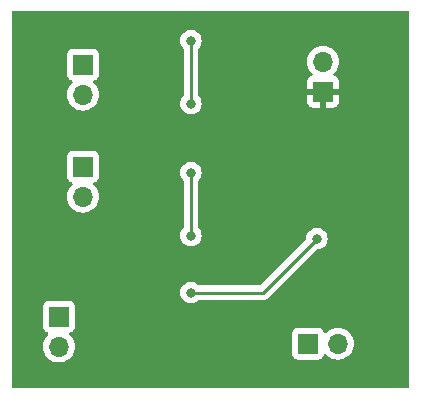
<source format=gbr>
%TF.GenerationSoftware,KiCad,Pcbnew,7.0.8-7.0.8~ubuntu22.04.1*%
%TF.CreationDate,2023-10-15T23:00:33+01:00*%
%TF.ProjectId,jfet-555-bypass,6a666574-2d35-4353-952d-627970617373,rev?*%
%TF.SameCoordinates,Original*%
%TF.FileFunction,Copper,L2,Bot*%
%TF.FilePolarity,Positive*%
%FSLAX46Y46*%
G04 Gerber Fmt 4.6, Leading zero omitted, Abs format (unit mm)*
G04 Created by KiCad (PCBNEW 7.0.8-7.0.8~ubuntu22.04.1) date 2023-10-15 23:00:33*
%MOMM*%
%LPD*%
G01*
G04 APERTURE LIST*
%TA.AperFunction,ComponentPad*%
%ADD10R,1.700000X1.700000*%
%TD*%
%TA.AperFunction,ComponentPad*%
%ADD11O,1.700000X1.700000*%
%TD*%
%TA.AperFunction,ViaPad*%
%ADD12C,0.800000*%
%TD*%
%TA.AperFunction,Conductor*%
%ADD13C,0.250000*%
%TD*%
G04 APERTURE END LIST*
D10*
%TO.P,J6,1,Pin_1*%
%TO.N,/fx_send_conn*%
X132080000Y-36830000D03*
D11*
%TO.P,J6,2,Pin_2*%
%TO.N,/fx_return_conn*%
X132080000Y-39370000D03*
%TD*%
D10*
%TO.P,J5,1,Pin_1*%
%TO.N,/clean_in_conn*%
X132080000Y-28194000D03*
D11*
%TO.P,J5,2,Pin_2*%
%TO.N,/clean_out_conn*%
X132080000Y-30734000D03*
%TD*%
%TO.P,J4,2,Pin_2*%
%TO.N,Net-(D4-A)*%
X130048000Y-52065000D03*
D10*
%TO.P,J4,1,Pin_1*%
%TO.N,/bypass/led_cathode_vdd*%
X130048000Y-49525000D03*
%TD*%
%TO.P,J1,1,Pin_1*%
%TO.N,Net-(J1-Pin_1)*%
X151130000Y-51816000D03*
D11*
%TO.P,J1,2,Pin_2*%
%TO.N,Net-(J1-Pin_2)*%
X153670000Y-51816000D03*
%TD*%
D10*
%TO.P,J3,1,Pin_1*%
%TO.N,GND*%
X152400000Y-30480000D03*
D11*
%TO.P,J3,2,Pin_2*%
%TO.N,+9V*%
X152400000Y-27940000D03*
%TD*%
D12*
%TO.N,GND*%
X133858000Y-45974000D03*
X130048000Y-54610000D03*
X127000000Y-42926000D03*
X133858000Y-25908000D03*
X150622000Y-38100000D03*
X147320000Y-38862000D03*
X148082000Y-41656000D03*
X147320000Y-45212000D03*
X143256000Y-45466000D03*
X141478000Y-53594000D03*
X132588000Y-51308000D03*
X127762000Y-34798000D03*
X156464000Y-29210000D03*
X159004000Y-27686000D03*
X158242000Y-25400000D03*
X155448000Y-25400000D03*
X149860000Y-25654000D03*
X147828000Y-27686000D03*
X149860000Y-29210000D03*
X147828000Y-30480000D03*
X149860000Y-32258000D03*
X147828000Y-34036000D03*
X133350000Y-33020000D03*
X134620000Y-35052000D03*
X137160000Y-35052000D03*
X139446000Y-35052000D03*
X143256000Y-34798000D03*
X153162000Y-33020000D03*
X157226000Y-31242000D03*
X155956000Y-33020000D03*
X157226000Y-34798000D03*
X155956000Y-36830000D03*
X155194000Y-42672000D03*
X156464000Y-46990000D03*
X156464000Y-49784000D03*
X156464000Y-53340000D03*
X158496000Y-51562000D03*
X158496000Y-54610000D03*
X147828000Y-49022000D03*
X147828000Y-52070000D03*
X136398000Y-45466000D03*
X139446000Y-45466000D03*
X133096000Y-48006000D03*
X133350000Y-53975000D03*
X127000000Y-53975000D03*
X127000000Y-45720000D03*
X127762000Y-40640000D03*
X127762000Y-32512000D03*
X127762000Y-26035000D03*
%TO.N,Net-(D1-K)*%
X151892000Y-42926000D03*
X141224000Y-47498000D03*
X141224000Y-42672000D03*
X141224000Y-37338000D03*
X141224000Y-26162000D03*
X141224000Y-31496000D03*
%TD*%
D13*
%TO.N,Net-(D1-K)*%
X147320000Y-47498000D02*
X151892000Y-42926000D01*
X141224000Y-47498000D02*
X147320000Y-47498000D01*
X141224000Y-37338000D02*
X141224000Y-42672000D01*
X141224000Y-26162000D02*
X141224000Y-31496000D01*
%TD*%
%TA.AperFunction,Conductor*%
%TO.N,GND*%
G36*
X159662539Y-23688185D02*
G01*
X159708294Y-23740989D01*
X159719500Y-23792500D01*
X159719500Y-55455500D01*
X159699815Y-55522539D01*
X159647011Y-55568294D01*
X159595500Y-55579500D01*
X126154500Y-55579500D01*
X126087461Y-55559815D01*
X126041706Y-55507011D01*
X126030500Y-55455500D01*
X126030500Y-52065000D01*
X128692341Y-52065000D01*
X128712936Y-52300403D01*
X128712938Y-52300413D01*
X128774094Y-52528655D01*
X128774096Y-52528659D01*
X128774097Y-52528663D01*
X128863778Y-52720984D01*
X128873965Y-52742830D01*
X128873967Y-52742834D01*
X128952152Y-52854493D01*
X129009505Y-52936401D01*
X129176599Y-53103495D01*
X129266577Y-53166498D01*
X129370165Y-53239032D01*
X129370167Y-53239033D01*
X129370170Y-53239035D01*
X129584337Y-53338903D01*
X129812592Y-53400063D01*
X130000918Y-53416539D01*
X130047999Y-53420659D01*
X130048000Y-53420659D01*
X130048001Y-53420659D01*
X130087234Y-53417226D01*
X130283408Y-53400063D01*
X130511663Y-53338903D01*
X130725830Y-53239035D01*
X130919401Y-53103495D01*
X131086495Y-52936401D01*
X131222035Y-52742830D01*
X131235539Y-52713870D01*
X149779500Y-52713870D01*
X149779501Y-52713876D01*
X149785908Y-52773483D01*
X149836202Y-52908328D01*
X149836206Y-52908335D01*
X149922452Y-53023544D01*
X149922455Y-53023547D01*
X150037664Y-53109793D01*
X150037671Y-53109797D01*
X150172517Y-53160091D01*
X150172516Y-53160091D01*
X150179444Y-53160835D01*
X150232127Y-53166500D01*
X152027872Y-53166499D01*
X152087483Y-53160091D01*
X152222331Y-53109796D01*
X152337546Y-53023546D01*
X152423796Y-52908331D01*
X152472810Y-52776916D01*
X152514681Y-52720984D01*
X152580145Y-52696566D01*
X152648418Y-52711417D01*
X152676673Y-52732569D01*
X152798599Y-52854495D01*
X152895384Y-52922265D01*
X152992165Y-52990032D01*
X152992167Y-52990033D01*
X152992170Y-52990035D01*
X153206337Y-53089903D01*
X153434592Y-53151063D01*
X153611034Y-53166500D01*
X153669999Y-53171659D01*
X153670000Y-53171659D01*
X153670001Y-53171659D01*
X153728966Y-53166500D01*
X153905408Y-53151063D01*
X154133663Y-53089903D01*
X154347830Y-52990035D01*
X154541401Y-52854495D01*
X154708495Y-52687401D01*
X154844035Y-52493830D01*
X154943903Y-52279663D01*
X155005063Y-52051408D01*
X155025659Y-51816000D01*
X155005063Y-51580592D01*
X154943903Y-51352337D01*
X154844035Y-51138171D01*
X154797474Y-51071674D01*
X154708494Y-50944597D01*
X154541402Y-50777506D01*
X154541395Y-50777501D01*
X154347834Y-50641967D01*
X154347830Y-50641965D01*
X154294996Y-50617328D01*
X154133663Y-50542097D01*
X154133659Y-50542096D01*
X154133655Y-50542094D01*
X153905413Y-50480938D01*
X153905403Y-50480936D01*
X153670001Y-50460341D01*
X153669999Y-50460341D01*
X153434596Y-50480936D01*
X153434586Y-50480938D01*
X153206344Y-50542094D01*
X153206335Y-50542098D01*
X152992171Y-50641964D01*
X152992169Y-50641965D01*
X152798600Y-50777503D01*
X152676673Y-50899430D01*
X152615350Y-50932914D01*
X152545658Y-50927930D01*
X152489725Y-50886058D01*
X152472810Y-50855081D01*
X152423797Y-50723671D01*
X152423793Y-50723664D01*
X152337547Y-50608455D01*
X152337544Y-50608452D01*
X152222335Y-50522206D01*
X152222328Y-50522202D01*
X152087482Y-50471908D01*
X152087483Y-50471908D01*
X152027883Y-50465501D01*
X152027881Y-50465500D01*
X152027873Y-50465500D01*
X152027864Y-50465500D01*
X150232129Y-50465500D01*
X150232123Y-50465501D01*
X150172516Y-50471908D01*
X150037671Y-50522202D01*
X150037664Y-50522206D01*
X149922455Y-50608452D01*
X149922452Y-50608455D01*
X149836206Y-50723664D01*
X149836202Y-50723671D01*
X149785908Y-50858517D01*
X149779501Y-50918116D01*
X149779500Y-50918135D01*
X149779500Y-52713870D01*
X131235539Y-52713870D01*
X131321903Y-52528663D01*
X131383063Y-52300408D01*
X131403659Y-52065000D01*
X131383063Y-51829592D01*
X131321903Y-51601337D01*
X131222035Y-51387171D01*
X131086495Y-51193599D01*
X130964567Y-51071671D01*
X130931084Y-51010351D01*
X130936068Y-50940659D01*
X130977939Y-50884725D01*
X131008915Y-50867810D01*
X131140331Y-50818796D01*
X131255546Y-50732546D01*
X131341796Y-50617331D01*
X131392091Y-50482483D01*
X131398500Y-50422873D01*
X131398499Y-48627128D01*
X131392091Y-48567517D01*
X131341796Y-48432669D01*
X131341795Y-48432668D01*
X131341793Y-48432664D01*
X131255547Y-48317455D01*
X131255544Y-48317452D01*
X131140335Y-48231206D01*
X131140328Y-48231202D01*
X131005482Y-48180908D01*
X131005483Y-48180908D01*
X130945883Y-48174501D01*
X130945881Y-48174500D01*
X130945873Y-48174500D01*
X130945864Y-48174500D01*
X129150129Y-48174500D01*
X129150123Y-48174501D01*
X129090516Y-48180908D01*
X128955671Y-48231202D01*
X128955664Y-48231206D01*
X128840455Y-48317452D01*
X128840452Y-48317455D01*
X128754206Y-48432664D01*
X128754202Y-48432671D01*
X128703908Y-48567517D01*
X128697501Y-48627116D01*
X128697501Y-48627123D01*
X128697500Y-48627135D01*
X128697500Y-50422870D01*
X128697501Y-50422876D01*
X128703908Y-50482483D01*
X128754202Y-50617328D01*
X128754206Y-50617335D01*
X128840452Y-50732544D01*
X128840455Y-50732547D01*
X128955664Y-50818793D01*
X128955671Y-50818797D01*
X129087081Y-50867810D01*
X129143015Y-50909681D01*
X129167432Y-50975145D01*
X129152580Y-51043418D01*
X129131430Y-51071673D01*
X129009503Y-51193600D01*
X128873965Y-51387169D01*
X128873964Y-51387171D01*
X128774098Y-51601335D01*
X128774094Y-51601344D01*
X128712938Y-51829586D01*
X128712936Y-51829596D01*
X128692341Y-52064999D01*
X128692341Y-52065000D01*
X126030500Y-52065000D01*
X126030500Y-47498000D01*
X140318540Y-47498000D01*
X140338326Y-47686256D01*
X140338327Y-47686259D01*
X140396818Y-47866277D01*
X140396821Y-47866284D01*
X140491467Y-48030216D01*
X140612401Y-48164526D01*
X140618129Y-48170888D01*
X140771265Y-48282148D01*
X140771270Y-48282151D01*
X140944192Y-48359142D01*
X140944197Y-48359144D01*
X141129354Y-48398500D01*
X141129355Y-48398500D01*
X141318644Y-48398500D01*
X141318646Y-48398500D01*
X141503803Y-48359144D01*
X141676730Y-48282151D01*
X141829871Y-48170888D01*
X141832788Y-48167647D01*
X141835600Y-48164526D01*
X141895087Y-48127879D01*
X141927748Y-48123500D01*
X147237257Y-48123500D01*
X147252877Y-48125224D01*
X147252904Y-48124939D01*
X147260660Y-48125671D01*
X147260667Y-48125673D01*
X147329814Y-48123500D01*
X147359350Y-48123500D01*
X147366228Y-48122630D01*
X147372041Y-48122172D01*
X147418627Y-48120709D01*
X147437869Y-48115117D01*
X147456912Y-48111174D01*
X147476792Y-48108664D01*
X147520122Y-48091507D01*
X147525646Y-48089617D01*
X147529396Y-48088527D01*
X147570390Y-48076618D01*
X147587629Y-48066422D01*
X147605103Y-48057862D01*
X147623727Y-48050488D01*
X147623727Y-48050487D01*
X147623732Y-48050486D01*
X147661449Y-48023082D01*
X147666305Y-48019892D01*
X147706420Y-47996170D01*
X147720589Y-47981999D01*
X147735379Y-47969368D01*
X147751587Y-47957594D01*
X147781299Y-47921676D01*
X147785212Y-47917376D01*
X151839772Y-43862819D01*
X151901095Y-43829334D01*
X151927453Y-43826500D01*
X151986644Y-43826500D01*
X151986646Y-43826500D01*
X152171803Y-43787144D01*
X152344730Y-43710151D01*
X152497871Y-43598888D01*
X152624533Y-43458216D01*
X152719179Y-43294284D01*
X152777674Y-43114256D01*
X152797460Y-42926000D01*
X152777674Y-42737744D01*
X152719179Y-42557716D01*
X152624533Y-42393784D01*
X152497871Y-42253112D01*
X152497870Y-42253111D01*
X152344734Y-42141851D01*
X152344729Y-42141848D01*
X152171807Y-42064857D01*
X152171802Y-42064855D01*
X152026001Y-42033865D01*
X151986646Y-42025500D01*
X151797354Y-42025500D01*
X151764897Y-42032398D01*
X151612197Y-42064855D01*
X151612192Y-42064857D01*
X151439270Y-42141848D01*
X151439265Y-42141851D01*
X151286129Y-42253111D01*
X151159466Y-42393785D01*
X151064821Y-42557715D01*
X151064818Y-42557722D01*
X151006327Y-42737740D01*
X151006326Y-42737744D01*
X150988679Y-42905649D01*
X150962094Y-42970263D01*
X150953039Y-42980368D01*
X147097228Y-46836181D01*
X147035905Y-46869666D01*
X147009547Y-46872500D01*
X141927748Y-46872500D01*
X141860709Y-46852815D01*
X141835600Y-46831474D01*
X141829873Y-46825114D01*
X141829869Y-46825110D01*
X141676734Y-46713851D01*
X141676729Y-46713848D01*
X141503807Y-46636857D01*
X141503802Y-46636855D01*
X141358001Y-46605865D01*
X141318646Y-46597500D01*
X141129354Y-46597500D01*
X141096897Y-46604398D01*
X140944197Y-46636855D01*
X140944192Y-46636857D01*
X140771270Y-46713848D01*
X140771265Y-46713851D01*
X140618129Y-46825111D01*
X140491466Y-46965785D01*
X140396821Y-47129715D01*
X140396818Y-47129722D01*
X140338327Y-47309740D01*
X140338326Y-47309744D01*
X140318540Y-47498000D01*
X126030500Y-47498000D01*
X126030500Y-42672000D01*
X140318540Y-42672000D01*
X140338326Y-42860256D01*
X140338327Y-42860259D01*
X140396818Y-43040277D01*
X140396821Y-43040284D01*
X140491467Y-43204216D01*
X140572559Y-43294277D01*
X140618129Y-43344888D01*
X140771265Y-43456148D01*
X140771270Y-43456151D01*
X140944192Y-43533142D01*
X140944197Y-43533144D01*
X141129354Y-43572500D01*
X141129355Y-43572500D01*
X141318644Y-43572500D01*
X141318646Y-43572500D01*
X141503803Y-43533144D01*
X141676730Y-43456151D01*
X141829871Y-43344888D01*
X141956533Y-43204216D01*
X142051179Y-43040284D01*
X142109674Y-42860256D01*
X142129460Y-42672000D01*
X142109674Y-42483744D01*
X142051179Y-42303716D01*
X141956533Y-42139784D01*
X141881350Y-42056284D01*
X141851120Y-41993292D01*
X141849500Y-41973312D01*
X141849500Y-38036687D01*
X141869185Y-37969648D01*
X141881350Y-37953715D01*
X141909608Y-37922331D01*
X141956533Y-37870216D01*
X142051179Y-37706284D01*
X142109674Y-37526256D01*
X142129460Y-37338000D01*
X142109674Y-37149744D01*
X142051179Y-36969716D01*
X141956533Y-36805784D01*
X141829871Y-36665112D01*
X141829870Y-36665111D01*
X141676734Y-36553851D01*
X141676729Y-36553848D01*
X141503807Y-36476857D01*
X141503802Y-36476855D01*
X141358001Y-36445865D01*
X141318646Y-36437500D01*
X141129354Y-36437500D01*
X141096897Y-36444398D01*
X140944197Y-36476855D01*
X140944192Y-36476857D01*
X140771270Y-36553848D01*
X140771265Y-36553851D01*
X140618129Y-36665111D01*
X140491466Y-36805785D01*
X140396821Y-36969715D01*
X140396818Y-36969722D01*
X140338327Y-37149740D01*
X140338326Y-37149744D01*
X140318540Y-37338000D01*
X140338326Y-37526256D01*
X140338327Y-37526259D01*
X140396818Y-37706277D01*
X140396821Y-37706284D01*
X140491467Y-37870216D01*
X140534772Y-37918310D01*
X140566650Y-37953715D01*
X140596880Y-38016706D01*
X140598500Y-38036687D01*
X140598500Y-41973312D01*
X140578815Y-42040351D01*
X140566650Y-42056284D01*
X140491466Y-42139784D01*
X140396821Y-42303715D01*
X140396818Y-42303722D01*
X140338327Y-42483740D01*
X140338326Y-42483744D01*
X140318540Y-42672000D01*
X126030500Y-42672000D01*
X126030500Y-39370000D01*
X130724341Y-39370000D01*
X130744936Y-39605403D01*
X130744938Y-39605413D01*
X130806094Y-39833655D01*
X130806096Y-39833659D01*
X130806097Y-39833663D01*
X130905965Y-40047830D01*
X130905967Y-40047834D01*
X131014281Y-40202521D01*
X131041505Y-40241401D01*
X131208599Y-40408495D01*
X131305384Y-40476265D01*
X131402165Y-40544032D01*
X131402167Y-40544033D01*
X131402170Y-40544035D01*
X131616337Y-40643903D01*
X131844592Y-40705063D01*
X132032918Y-40721539D01*
X132079999Y-40725659D01*
X132080000Y-40725659D01*
X132080001Y-40725659D01*
X132119234Y-40722226D01*
X132315408Y-40705063D01*
X132543663Y-40643903D01*
X132757830Y-40544035D01*
X132951401Y-40408495D01*
X133118495Y-40241401D01*
X133254035Y-40047830D01*
X133353903Y-39833663D01*
X133415063Y-39605408D01*
X133435659Y-39370000D01*
X133415063Y-39134592D01*
X133353903Y-38906337D01*
X133254035Y-38692171D01*
X133118495Y-38498599D01*
X132996567Y-38376671D01*
X132963084Y-38315351D01*
X132968068Y-38245659D01*
X133009939Y-38189725D01*
X133040915Y-38172810D01*
X133172331Y-38123796D01*
X133287546Y-38037546D01*
X133373796Y-37922331D01*
X133424091Y-37787483D01*
X133430500Y-37727873D01*
X133430499Y-35932128D01*
X133424091Y-35872517D01*
X133373796Y-35737669D01*
X133373795Y-35737668D01*
X133373793Y-35737664D01*
X133287547Y-35622455D01*
X133287544Y-35622452D01*
X133172335Y-35536206D01*
X133172328Y-35536202D01*
X133037482Y-35485908D01*
X133037483Y-35485908D01*
X132977883Y-35479501D01*
X132977881Y-35479500D01*
X132977873Y-35479500D01*
X132977864Y-35479500D01*
X131182129Y-35479500D01*
X131182123Y-35479501D01*
X131122516Y-35485908D01*
X130987671Y-35536202D01*
X130987664Y-35536206D01*
X130872455Y-35622452D01*
X130872452Y-35622455D01*
X130786206Y-35737664D01*
X130786202Y-35737671D01*
X130735908Y-35872517D01*
X130729501Y-35932116D01*
X130729501Y-35932123D01*
X130729500Y-35932135D01*
X130729500Y-37727870D01*
X130729501Y-37727876D01*
X130735908Y-37787483D01*
X130786202Y-37922328D01*
X130786206Y-37922335D01*
X130872452Y-38037544D01*
X130872455Y-38037547D01*
X130987664Y-38123793D01*
X130987671Y-38123797D01*
X131119081Y-38172810D01*
X131175015Y-38214681D01*
X131199432Y-38280145D01*
X131184580Y-38348418D01*
X131163430Y-38376673D01*
X131041503Y-38498600D01*
X130905965Y-38692169D01*
X130905964Y-38692171D01*
X130806098Y-38906335D01*
X130806094Y-38906344D01*
X130744938Y-39134586D01*
X130744936Y-39134596D01*
X130724341Y-39369999D01*
X130724341Y-39370000D01*
X126030500Y-39370000D01*
X126030500Y-30734000D01*
X130724341Y-30734000D01*
X130744936Y-30969403D01*
X130744938Y-30969413D01*
X130806094Y-31197655D01*
X130806096Y-31197659D01*
X130806097Y-31197663D01*
X130857427Y-31307740D01*
X130905965Y-31411830D01*
X130905967Y-31411834D01*
X131014281Y-31566521D01*
X131041505Y-31605401D01*
X131208599Y-31772495D01*
X131209826Y-31773354D01*
X131402165Y-31908032D01*
X131402167Y-31908033D01*
X131402170Y-31908035D01*
X131616337Y-32007903D01*
X131844592Y-32069063D01*
X132032918Y-32085539D01*
X132079999Y-32089659D01*
X132080000Y-32089659D01*
X132080001Y-32089659D01*
X132119234Y-32086226D01*
X132315408Y-32069063D01*
X132543663Y-32007903D01*
X132757830Y-31908035D01*
X132951401Y-31772495D01*
X133118495Y-31605401D01*
X133195098Y-31496000D01*
X140318540Y-31496000D01*
X140338326Y-31684256D01*
X140338327Y-31684259D01*
X140396818Y-31864277D01*
X140396821Y-31864284D01*
X140491467Y-32028216D01*
X140528246Y-32069063D01*
X140618129Y-32168888D01*
X140771265Y-32280148D01*
X140771270Y-32280151D01*
X140944192Y-32357142D01*
X140944197Y-32357144D01*
X141129354Y-32396500D01*
X141129355Y-32396500D01*
X141318644Y-32396500D01*
X141318646Y-32396500D01*
X141503803Y-32357144D01*
X141676730Y-32280151D01*
X141829871Y-32168888D01*
X141956533Y-32028216D01*
X142051179Y-31864284D01*
X142109674Y-31684256D01*
X142129460Y-31496000D01*
X142109674Y-31307744D01*
X142051179Y-31127716D01*
X141956533Y-30963784D01*
X141881350Y-30880284D01*
X141851120Y-30817292D01*
X141849500Y-30797312D01*
X141849500Y-27940000D01*
X151044341Y-27940000D01*
X151064936Y-28175403D01*
X151064938Y-28175413D01*
X151126094Y-28403655D01*
X151126096Y-28403659D01*
X151126097Y-28403663D01*
X151225965Y-28617830D01*
X151225967Y-28617834D01*
X151334281Y-28772521D01*
X151361501Y-28811396D01*
X151361506Y-28811402D01*
X151483818Y-28933714D01*
X151517303Y-28995037D01*
X151512319Y-29064729D01*
X151470447Y-29120662D01*
X151439471Y-29137577D01*
X151307912Y-29186646D01*
X151307906Y-29186649D01*
X151192812Y-29272809D01*
X151192809Y-29272812D01*
X151106649Y-29387906D01*
X151106645Y-29387913D01*
X151056403Y-29522620D01*
X151056401Y-29522627D01*
X151050000Y-29582155D01*
X151050000Y-30230000D01*
X151966314Y-30230000D01*
X151940507Y-30270156D01*
X151900000Y-30408111D01*
X151900000Y-30551889D01*
X151940507Y-30689844D01*
X151966314Y-30730000D01*
X151050000Y-30730000D01*
X151050000Y-31377844D01*
X151056401Y-31437372D01*
X151056403Y-31437379D01*
X151106645Y-31572086D01*
X151106649Y-31572093D01*
X151192809Y-31687187D01*
X151192812Y-31687190D01*
X151307906Y-31773350D01*
X151307913Y-31773354D01*
X151442620Y-31823596D01*
X151442627Y-31823598D01*
X151502155Y-31829999D01*
X151502172Y-31830000D01*
X152150000Y-31830000D01*
X152150000Y-30915501D01*
X152257685Y-30964680D01*
X152364237Y-30980000D01*
X152435763Y-30980000D01*
X152542315Y-30964680D01*
X152650000Y-30915501D01*
X152650000Y-31830000D01*
X153297828Y-31830000D01*
X153297844Y-31829999D01*
X153357372Y-31823598D01*
X153357379Y-31823596D01*
X153492086Y-31773354D01*
X153492093Y-31773350D01*
X153607187Y-31687190D01*
X153607190Y-31687187D01*
X153693350Y-31572093D01*
X153693354Y-31572086D01*
X153743596Y-31437379D01*
X153743598Y-31437372D01*
X153749999Y-31377844D01*
X153750000Y-31377827D01*
X153750000Y-30730000D01*
X152833686Y-30730000D01*
X152859493Y-30689844D01*
X152900000Y-30551889D01*
X152900000Y-30408111D01*
X152859493Y-30270156D01*
X152833686Y-30230000D01*
X153750000Y-30230000D01*
X153750000Y-29582172D01*
X153749999Y-29582155D01*
X153743598Y-29522627D01*
X153743596Y-29522620D01*
X153693354Y-29387913D01*
X153693350Y-29387906D01*
X153607190Y-29272812D01*
X153607187Y-29272809D01*
X153492093Y-29186649D01*
X153492088Y-29186646D01*
X153360528Y-29137577D01*
X153304595Y-29095705D01*
X153280178Y-29030241D01*
X153295030Y-28961968D01*
X153316175Y-28933720D01*
X153438495Y-28811401D01*
X153574035Y-28617830D01*
X153673903Y-28403663D01*
X153735063Y-28175408D01*
X153755659Y-27940000D01*
X153735063Y-27704592D01*
X153673903Y-27476337D01*
X153574035Y-27262171D01*
X153556072Y-27236516D01*
X153438494Y-27068597D01*
X153271402Y-26901506D01*
X153271395Y-26901501D01*
X153077834Y-26765967D01*
X153077830Y-26765965D01*
X153077828Y-26765964D01*
X152863663Y-26666097D01*
X152863659Y-26666096D01*
X152863655Y-26666094D01*
X152635413Y-26604938D01*
X152635403Y-26604936D01*
X152400001Y-26584341D01*
X152399999Y-26584341D01*
X152164596Y-26604936D01*
X152164586Y-26604938D01*
X151936344Y-26666094D01*
X151936335Y-26666098D01*
X151722171Y-26765964D01*
X151722169Y-26765965D01*
X151528597Y-26901505D01*
X151361505Y-27068597D01*
X151225965Y-27262169D01*
X151225964Y-27262171D01*
X151126098Y-27476335D01*
X151126094Y-27476344D01*
X151064938Y-27704586D01*
X151064936Y-27704596D01*
X151044341Y-27939999D01*
X151044341Y-27940000D01*
X141849500Y-27940000D01*
X141849500Y-26860687D01*
X141869185Y-26793648D01*
X141881350Y-26777715D01*
X141899891Y-26757122D01*
X141956533Y-26694216D01*
X142051179Y-26530284D01*
X142109674Y-26350256D01*
X142129460Y-26162000D01*
X142109674Y-25973744D01*
X142051179Y-25793716D01*
X141956533Y-25629784D01*
X141829871Y-25489112D01*
X141829870Y-25489111D01*
X141676734Y-25377851D01*
X141676729Y-25377848D01*
X141503807Y-25300857D01*
X141503802Y-25300855D01*
X141358001Y-25269865D01*
X141318646Y-25261500D01*
X141129354Y-25261500D01*
X141096897Y-25268398D01*
X140944197Y-25300855D01*
X140944192Y-25300857D01*
X140771270Y-25377848D01*
X140771265Y-25377851D01*
X140618129Y-25489111D01*
X140491466Y-25629785D01*
X140396821Y-25793715D01*
X140396818Y-25793722D01*
X140338327Y-25973740D01*
X140338326Y-25973744D01*
X140318540Y-26162000D01*
X140338326Y-26350256D01*
X140338327Y-26350259D01*
X140396818Y-26530277D01*
X140396821Y-26530284D01*
X140491467Y-26694216D01*
X140534772Y-26742310D01*
X140566650Y-26777715D01*
X140596880Y-26840706D01*
X140598500Y-26860687D01*
X140598500Y-30797312D01*
X140578815Y-30864351D01*
X140566650Y-30880284D01*
X140491466Y-30963784D01*
X140396821Y-31127715D01*
X140396818Y-31127722D01*
X140374093Y-31197664D01*
X140338326Y-31307744D01*
X140318540Y-31496000D01*
X133195098Y-31496000D01*
X133254035Y-31411830D01*
X133353903Y-31197663D01*
X133415063Y-30969408D01*
X133435659Y-30734000D01*
X133415063Y-30498592D01*
X133353903Y-30270337D01*
X133254035Y-30056171D01*
X133118495Y-29862599D01*
X132996567Y-29740671D01*
X132963084Y-29679351D01*
X132968068Y-29609659D01*
X133009939Y-29553725D01*
X133040915Y-29536810D01*
X133172331Y-29487796D01*
X133287546Y-29401546D01*
X133373796Y-29286331D01*
X133424091Y-29151483D01*
X133430500Y-29091873D01*
X133430499Y-27296128D01*
X133424091Y-27236517D01*
X133373796Y-27101669D01*
X133373795Y-27101668D01*
X133373793Y-27101664D01*
X133287547Y-26986455D01*
X133287544Y-26986452D01*
X133172335Y-26900206D01*
X133172328Y-26900202D01*
X133037482Y-26849908D01*
X133037483Y-26849908D01*
X132977883Y-26843501D01*
X132977881Y-26843500D01*
X132977873Y-26843500D01*
X132977864Y-26843500D01*
X131182129Y-26843500D01*
X131182123Y-26843501D01*
X131122516Y-26849908D01*
X130987671Y-26900202D01*
X130987664Y-26900206D01*
X130872455Y-26986452D01*
X130872452Y-26986455D01*
X130786206Y-27101664D01*
X130786202Y-27101671D01*
X130735908Y-27236517D01*
X130729501Y-27296116D01*
X130729501Y-27296123D01*
X130729500Y-27296135D01*
X130729500Y-29091870D01*
X130729501Y-29091876D01*
X130735908Y-29151483D01*
X130786202Y-29286328D01*
X130786206Y-29286335D01*
X130872452Y-29401544D01*
X130872455Y-29401547D01*
X130987664Y-29487793D01*
X130987671Y-29487797D01*
X131119081Y-29536810D01*
X131175015Y-29578681D01*
X131199432Y-29644145D01*
X131184580Y-29712418D01*
X131163430Y-29740673D01*
X131041503Y-29862600D01*
X130905965Y-30056169D01*
X130905964Y-30056171D01*
X130806098Y-30270335D01*
X130806094Y-30270344D01*
X130744938Y-30498586D01*
X130744936Y-30498596D01*
X130724341Y-30733999D01*
X130724341Y-30734000D01*
X126030500Y-30734000D01*
X126030500Y-23792500D01*
X126050185Y-23725461D01*
X126102989Y-23679706D01*
X126154500Y-23668500D01*
X159595500Y-23668500D01*
X159662539Y-23688185D01*
G37*
%TD.AperFunction*%
%TD*%
M02*

</source>
